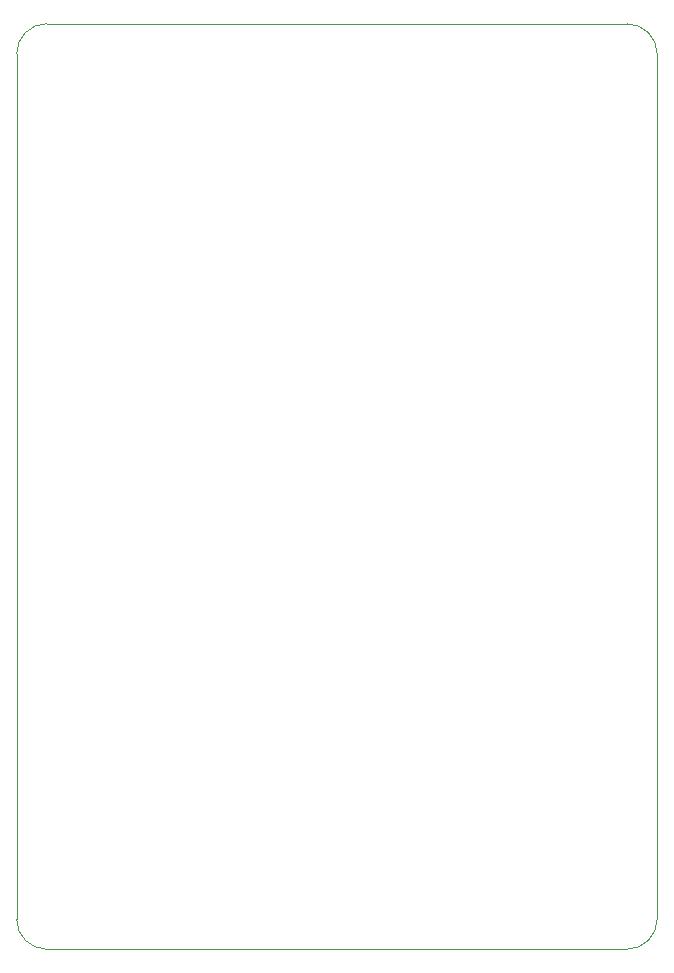
<source format=gm1>
G04 #@! TF.GenerationSoftware,KiCad,Pcbnew,7.0.10*
G04 #@! TF.CreationDate,2024-03-13T20:36:13-05:00*
G04 #@! TF.ProjectId,445_Left_Bicep,3434355f-4c65-4667-945f-42696365702e,rev?*
G04 #@! TF.SameCoordinates,Original*
G04 #@! TF.FileFunction,Profile,NP*
%FSLAX46Y46*%
G04 Gerber Fmt 4.6, Leading zero omitted, Abs format (unit mm)*
G04 Created by KiCad (PCBNEW 7.0.10) date 2024-03-13 20:36:13*
%MOMM*%
%LPD*%
G01*
G04 APERTURE LIST*
G04 #@! TA.AperFunction,Profile*
%ADD10C,0.100000*%
G04 #@! TD*
G04 APERTURE END LIST*
D10*
X104521000Y-135509000D02*
X153670000Y-135509000D01*
X101981000Y-59690000D02*
X101981000Y-132969000D01*
X156210000Y-59690000D02*
G75*
G03*
X153670000Y-57150000I-2540000J0D01*
G01*
X104521000Y-57150000D02*
G75*
G03*
X101981000Y-59690000I0J-2540000D01*
G01*
X104521000Y-57150000D02*
X153670000Y-57150000D01*
X101981000Y-132969000D02*
G75*
G03*
X104521000Y-135509000I2540000J0D01*
G01*
X153670000Y-135509000D02*
G75*
G03*
X156210000Y-132969000I0J2540000D01*
G01*
X156210000Y-132969000D02*
X156210000Y-59690000D01*
M02*

</source>
